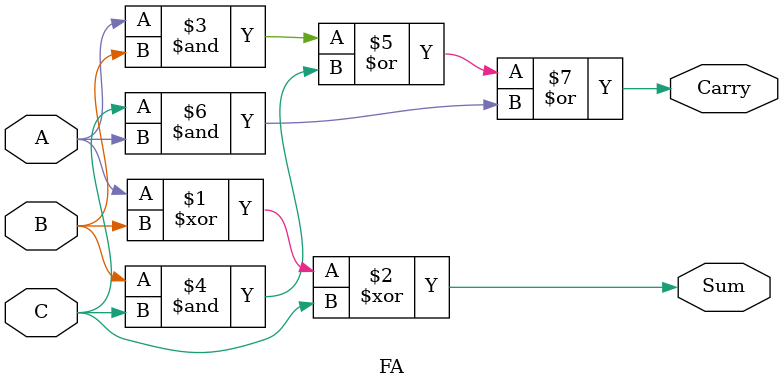
<source format=v>
module FA(A,B,C,Sum,Carry);
input A,B,C;
output Sum,Carry;

assign Sum=A^B^C;
assign Carry=(A&B)|(B&C)|(C&A);

endmodule
</source>
